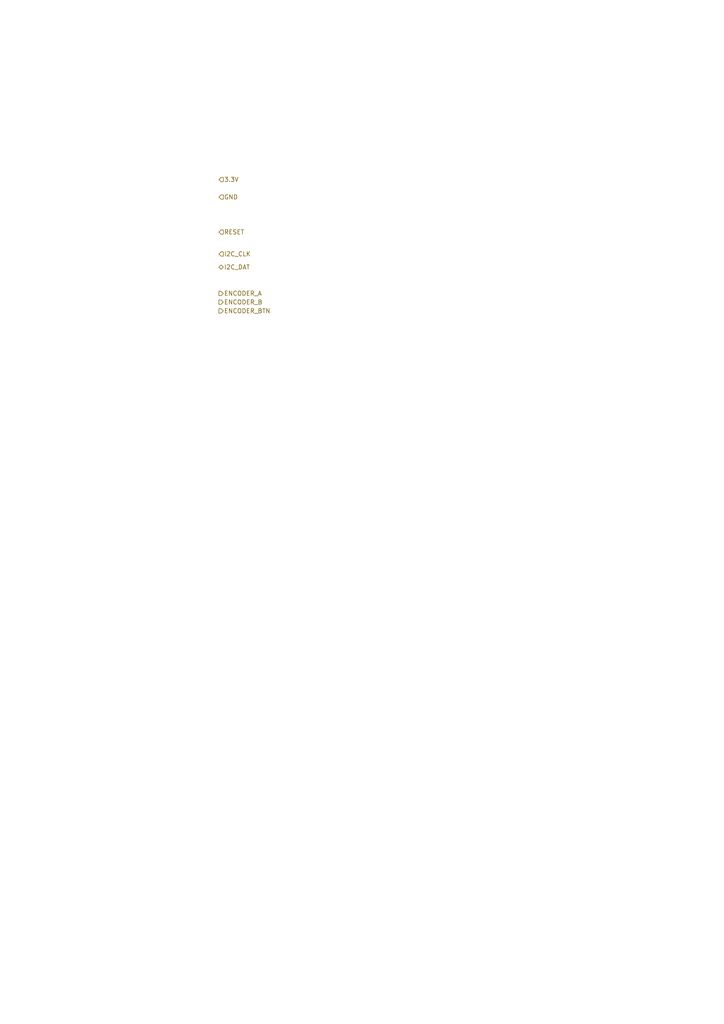
<source format=kicad_sch>
(kicad_sch (version 20210621) (generator eeschema)
  (paper "A4" portrait)
  (lib_symbols)
  (hierarchical_label "3.3V" (shape input) (at 63.5 52.07 0))
  (hierarchical_label "GND" (shape input) (at 63.5 57.15 0))
  (hierarchical_label "RESET" (shape input) (at 63.5 67.31 0))
  (hierarchical_label "I2C_CLK" (shape input) (at 63.5 73.66 0))
  (hierarchical_label "I2C_DAT" (shape bidirectional) (at 63.5 77.47 0))
  (hierarchical_label "ENCODER_A" (shape output) (at 63.5 85.09 0))
  (hierarchical_label "ENCODER_B" (shape output) (at 63.5 87.63 0))
  (hierarchical_label "ENCODER_BTN" (shape output) (at 63.5 90.17 0))
)
</source>
